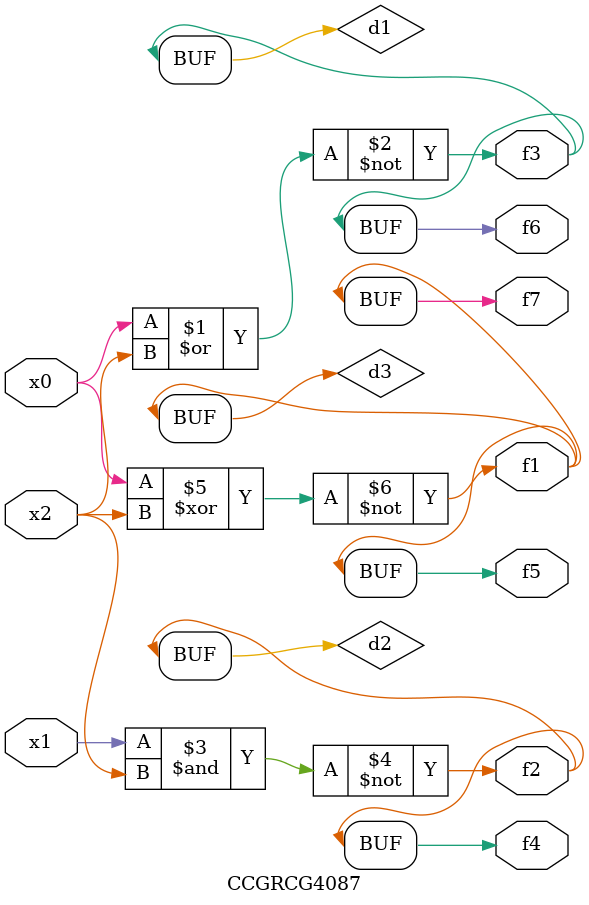
<source format=v>
module CCGRCG4087(
	input x0, x1, x2,
	output f1, f2, f3, f4, f5, f6, f7
);

	wire d1, d2, d3;

	nor (d1, x0, x2);
	nand (d2, x1, x2);
	xnor (d3, x0, x2);
	assign f1 = d3;
	assign f2 = d2;
	assign f3 = d1;
	assign f4 = d2;
	assign f5 = d3;
	assign f6 = d1;
	assign f7 = d3;
endmodule

</source>
